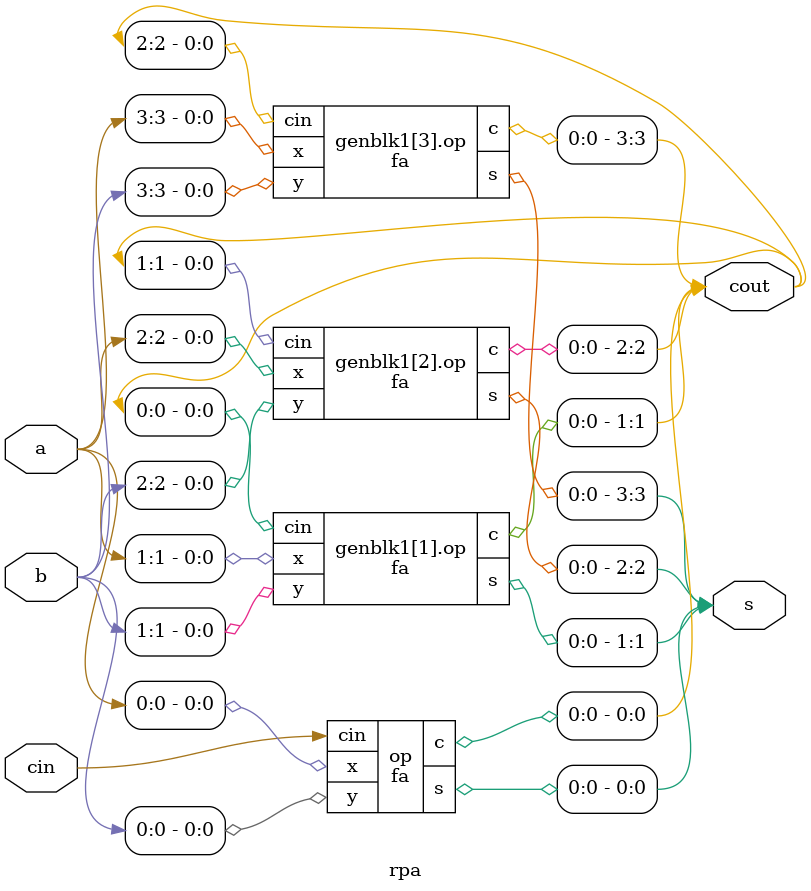
<source format=v>
module fa (x,y,cin,s,c);
input x,y,cin;
output s,c;
assign s=x^y^cin;
assign c=(x&y)|(cin&(x|y));
endmodule


module rpa(
			input [3:0]a,b,
			input cin,
			output [3:0]s, cout);
fa op(a[0], b[0], cin, s[0], cout[0]);

genvar i;


generate 
	for(i=1; i<4; i=i+1) begin
		 fa op(a[i], b[i], cout[i-1], s[i], cout[i]);
end

endgenerate 
endmodule



</source>
